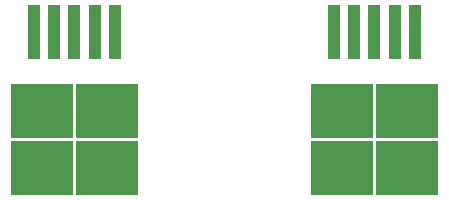
<source format=gbr>
%TF.GenerationSoftware,KiCad,Pcbnew,(5.1.9-0-10_14)*%
%TF.CreationDate,2021-03-07T16:31:49+01:00*%
%TF.ProjectId,W-Output HP,572d4f75-7470-4757-9420-48502e6b6963,1*%
%TF.SameCoordinates,Original*%
%TF.FileFunction,Paste,Bot*%
%TF.FilePolarity,Positive*%
%FSLAX46Y46*%
G04 Gerber Fmt 4.6, Leading zero omitted, Abs format (unit mm)*
G04 Created by KiCad (PCBNEW (5.1.9-0-10_14)) date 2021-03-07 16:31:49*
%MOMM*%
%LPD*%
G01*
G04 APERTURE LIST*
%ADD10R,5.250000X4.550000*%
%ADD11R,1.100000X4.600000*%
G04 APERTURE END LIST*
D10*
%TO.C,U5*%
X165475000Y-95870000D03*
X159925000Y-100720000D03*
X159925000Y-95870000D03*
X165475000Y-100720000D03*
D11*
X166100000Y-89145000D03*
X164400000Y-89145000D03*
X162700000Y-89145000D03*
X161000000Y-89145000D03*
X159300000Y-89145000D03*
%TD*%
D10*
%TO.C,U4*%
X140075000Y-95870000D03*
X134525000Y-100720000D03*
X134525000Y-95870000D03*
X140075000Y-100720000D03*
D11*
X140700000Y-89145000D03*
X139000000Y-89145000D03*
X137300000Y-89145000D03*
X135600000Y-89145000D03*
X133900000Y-89145000D03*
%TD*%
M02*

</source>
